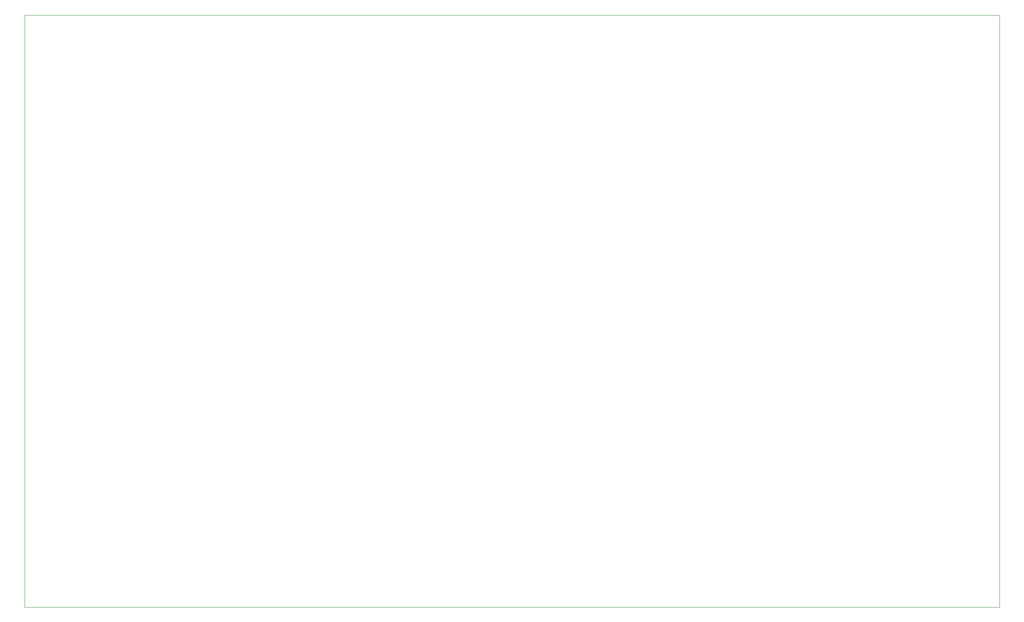
<source format=gbr>
G04 #@! TF.GenerationSoftware,KiCad,Pcbnew,(5.1.5)-3*
G04 #@! TF.CreationDate,2020-05-31T16:01:40+08:00*
G04 #@! TF.ProjectId,HEMAC_Backplane,48454d41-435f-4426-9163-6b706c616e65,rev?*
G04 #@! TF.SameCoordinates,Original*
G04 #@! TF.FileFunction,Profile,NP*
%FSLAX46Y46*%
G04 Gerber Fmt 4.6, Leading zero omitted, Abs format (unit mm)*
G04 Created by KiCad (PCBNEW (5.1.5)-3) date 2020-05-31 16:01:40*
%MOMM*%
%LPD*%
G04 APERTURE LIST*
%ADD10C,0.050000*%
G04 APERTURE END LIST*
D10*
X250740000Y-164260000D02*
X38820000Y-164260000D01*
X250740000Y-35560000D02*
X250740000Y-164260000D01*
X38820000Y-35560000D02*
X250740000Y-35560000D01*
X38820000Y-35560000D02*
X38820000Y-164260000D01*
M02*

</source>
